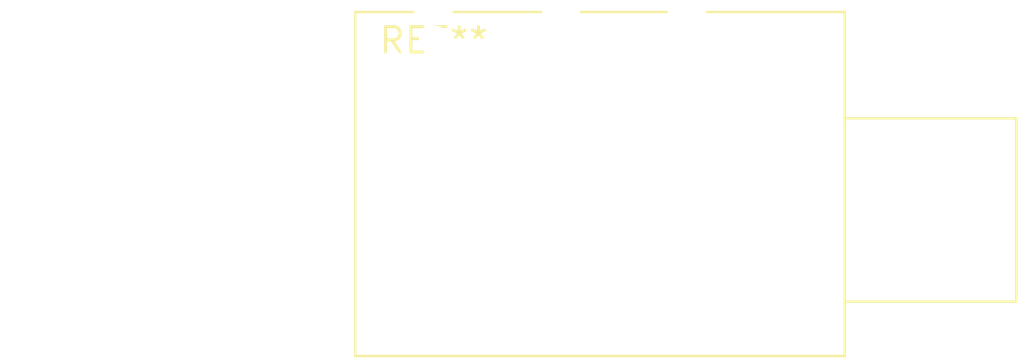
<source format=kicad_pcb>
(kicad_pcb (version 20240108) (generator pcbnew)
  (layers (0 "F.Cu" signal) (31 "B.Cu" signal) (34 "B.Paste" user) (35 "F.Paste" user) (36 "B.SilkS" user "B.Silkscreen") (37 "F.SilkS" user "F.Silkscreen") (38 "B.Mask" user) (39 "F.Mask" user) (44 "Edge.Cuts" user))
  (net 0 "")
  (footprint "Jack_6.35mm_Neutrik_NSJ12HF-1_Horizontal" (layer "F.Cu") (at 0 0)
    (property "Reference" "REF**")
    (property "Value" "Jack_6.35mm_Neutrik_NSJ12HF-1_Horizontal")
    (fp_line (start -3.94 -1.42) (end -1.02 -1.42) (layer "F.SilkS") (stroke (width 0.12)))
    (fp_line (start -3.94 15.82) (end -3.94 -1.42) (layer "F.SilkS") (stroke (width 0.12)))
    (fp_line (start -3.94 15.82) (end 20.6 15.82) (layer "F.SilkS") (stroke (width 0.12)))
    (fp_line (start 0.98 -1.42) (end 5.38 -1.42) (layer "F.SilkS") (stroke (width 0.12)))
    (fp_line (start 7.38 -1.42) (end 11.68 -1.42) (layer "F.SilkS") (stroke (width 0.12)))
    (fp_line (start 13.68 -1.42) (end 20.6 -1.42) (layer "F.SilkS") (stroke (width 0.12)))
    (fp_line (start 20.6 -1.42) (end 20.6 15.82) (layer "F.SilkS") (stroke (width 0.12)))
    (fp_line (start 29.2 3.905) (end 20.6 3.905) (layer "F.SilkS") (stroke (width 0.12)))
    (fp_line (start 29.2 13.095) (end 20.6 13.095) (layer "F.SilkS") (stroke (width 0.12)))
    (fp_line (start 29.2 13.095) (end 29.2 3.905) (layer "F.SilkS") (stroke (width 0.12)))
    (pad "G" thru_hole circle (at 18.75 2.54) (size 2.9 2.9) (drill 1.5) (layers *.Cu *.Mask) (remove_unused_layers))
    (pad "R1" thru_hole circle (at 6.35 0) (size 3 3) (drill 1.5) (layers *.Cu *.Mask) (remove_unused_layers))
    (pad "R2" thru_hole circle (at 9.53 1.27) (size 3 3) (drill 1.5) (layers *.Cu *.Mask) (remove_unused_layers))
    (pad "RN1" thru_hole circle (at 6.35 12.7) (size 3 3) (drill 1.5) (layers *.Cu *.Mask) (remove_unused_layers))
    (pad "RN2" thru_hole circle (at 9.53 13.97) (size 3 3) (drill 1.5) (layers *.Cu *.Mask) (remove_unused_layers))
    (pad "S1" thru_hole circle (at 12.7 0) (size 3 3) (drill 1.5) (layers *.Cu *.Mask) (remove_unused_layers))
    (pad "S2" thru_hole circle (at 15.87 1.27) (size 3 3) (drill 1.5) (layers *.Cu *.Mask) (remove_unused_layers))
    (pad "SN1" thru_hole circle (at 12.7 12.7) (size 3 3) (drill 1.5) (layers *.Cu *.Mask) (remove_unused_layers))
    (pad "SN2" thru_hole circle (at 15.87 13.97) (size 3 3) (drill 1.5) (layers *.Cu *.Mask) (remove_unused_layers))
    (pad "T1" thru_hole circle (at 0 0) (size 3 3) (drill 1.5) (layers *.Cu *.Mask) (remove_unused_layers))
    (pad "T2" thru_hole circle (at 3.18 1.27) (size 3 3) (drill 1.5) (layers *.Cu *.Mask) (remove_unused_layers))
    (pad "TN1" thru_hole circle (at 0 12.7) (size 3 3) (drill 1.5) (layers *.Cu *.Mask) (remove_unused_layers))
    (pad "TN2" thru_hole circle (at 3.18 13.97) (size 3 3) (drill 1.5) (layers *.Cu *.Mask) (remove_unused_layers))
  )
)
</source>
